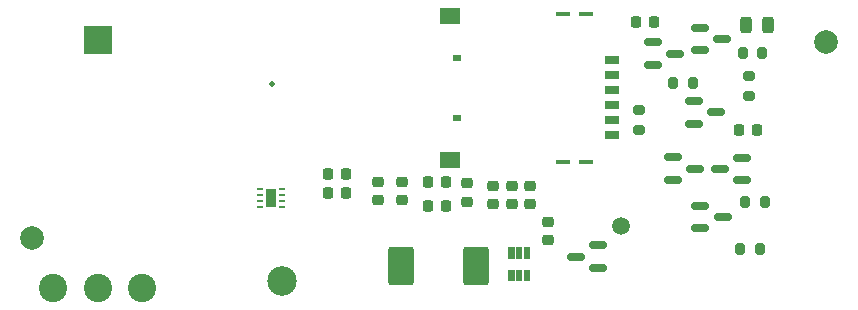
<source format=gbr>
%TF.GenerationSoftware,KiCad,Pcbnew,8.0.5*%
%TF.CreationDate,2024-10-16T14:28:01+03:00*%
%TF.ProjectId,LEXI-R422-Rev 3,4c455849-2d52-4343-9232-2d5265762033,rev?*%
%TF.SameCoordinates,Original*%
%TF.FileFunction,Soldermask,Top*%
%TF.FilePolarity,Negative*%
%FSLAX46Y46*%
G04 Gerber Fmt 4.6, Leading zero omitted, Abs format (unit mm)*
G04 Created by KiCad (PCBNEW 8.0.5) date 2024-10-16 14:28:01*
%MOMM*%
%LPD*%
G01*
G04 APERTURE LIST*
G04 Aperture macros list*
%AMRoundRect*
0 Rectangle with rounded corners*
0 $1 Rounding radius*
0 $2 $3 $4 $5 $6 $7 $8 $9 X,Y pos of 4 corners*
0 Add a 4 corners polygon primitive as box body*
4,1,4,$2,$3,$4,$5,$6,$7,$8,$9,$2,$3,0*
0 Add four circle primitives for the rounded corners*
1,1,$1+$1,$2,$3*
1,1,$1+$1,$4,$5*
1,1,$1+$1,$6,$7*
1,1,$1+$1,$8,$9*
0 Add four rect primitives between the rounded corners*
20,1,$1+$1,$2,$3,$4,$5,0*
20,1,$1+$1,$4,$5,$6,$7,0*
20,1,$1+$1,$6,$7,$8,$9,0*
20,1,$1+$1,$8,$9,$2,$3,0*%
G04 Aperture macros list end*
%ADD10C,0.010000*%
%ADD11RoundRect,0.225000X0.250000X-0.225000X0.250000X0.225000X-0.250000X0.225000X-0.250000X-0.225000X0*%
%ADD12RoundRect,0.250001X-0.837499X-1.399999X0.837499X-1.399999X0.837499X1.399999X-0.837499X1.399999X0*%
%ADD13RoundRect,0.225000X-0.225000X-0.250000X0.225000X-0.250000X0.225000X0.250000X-0.225000X0.250000X0*%
%ADD14RoundRect,0.150000X-0.587500X-0.150000X0.587500X-0.150000X0.587500X0.150000X-0.587500X0.150000X0*%
%ADD15R,1.150000X0.650000*%
%ADD16R,1.300000X0.450000*%
%ADD17R,1.700000X1.400000*%
%ADD18R,0.800000X0.540000*%
%ADD19RoundRect,0.200000X-0.200000X-0.275000X0.200000X-0.275000X0.200000X0.275000X-0.200000X0.275000X0*%
%ADD20C,1.500000*%
%ADD21RoundRect,0.150000X0.587500X0.150000X-0.587500X0.150000X-0.587500X-0.150000X0.587500X-0.150000X0*%
%ADD22RoundRect,0.200000X0.200000X0.275000X-0.200000X0.275000X-0.200000X-0.275000X0.200000X-0.275000X0*%
%ADD23RoundRect,0.062500X-0.187500X-0.062500X0.187500X-0.062500X0.187500X0.062500X-0.187500X0.062500X0*%
%ADD24R,0.900000X1.600000*%
%ADD25RoundRect,0.225000X0.225000X0.250000X-0.225000X0.250000X-0.225000X-0.250000X0.225000X-0.250000X0*%
%ADD26R,2.400000X2.400000*%
%ADD27C,2.400000*%
%ADD28C,2.500000*%
%ADD29RoundRect,0.200000X0.275000X-0.200000X0.275000X0.200000X-0.275000X0.200000X-0.275000X-0.200000X0*%
%ADD30C,2.000000*%
%ADD31RoundRect,0.225000X-0.250000X0.225000X-0.250000X-0.225000X0.250000X-0.225000X0.250000X0.225000X0*%
%ADD32C,0.500000*%
%ADD33RoundRect,0.243750X-0.243750X-0.456250X0.243750X-0.456250X0.243750X0.456250X-0.243750X0.456250X0*%
G04 APERTURE END LIST*
D10*
%TO.C,D1*%
X46975000Y-800700D02*
X46524564Y-800700D01*
X46524564Y100000D01*
X46975000Y100000D01*
X46975000Y-800700D01*
G36*
X46975000Y-800700D02*
G01*
X46524564Y-800700D01*
X46524564Y100000D01*
X46975000Y100000D01*
X46975000Y-800700D01*
G37*
X46975000Y1100083D02*
X46524855Y1100083D01*
X46524855Y2000000D01*
X46975000Y2000000D01*
X46975000Y1100083D01*
G36*
X46975000Y1100083D02*
G01*
X46524855Y1100083D01*
X46524855Y2000000D01*
X46975000Y2000000D01*
X46975000Y1100083D01*
G37*
X47625000Y1100565D02*
X47174746Y1100565D01*
X47174746Y2000000D01*
X47625000Y2000000D01*
X47625000Y1100565D01*
G36*
X47625000Y1100565D02*
G01*
X47174746Y1100565D01*
X47174746Y2000000D01*
X47625000Y2000000D01*
X47625000Y1100565D01*
G37*
X47625000Y-800820D02*
X47174869Y-800820D01*
X47174869Y100000D01*
X47625000Y100000D01*
X47625000Y-800820D01*
G36*
X47625000Y-800820D02*
G01*
X47174869Y-800820D01*
X47174869Y100000D01*
X47625000Y100000D01*
X47625000Y-800820D01*
G37*
X48275000Y1100308D02*
X47825262Y1100308D01*
X47825262Y2000000D01*
X48275000Y2000000D01*
X48275000Y1100308D01*
G36*
X48275000Y1100308D02*
G01*
X47825262Y1100308D01*
X47825262Y2000000D01*
X48275000Y2000000D01*
X48275000Y1100308D01*
G37*
X48275000Y-801810D02*
X47825551Y-801810D01*
X47825551Y100000D01*
X48275000Y100000D01*
X48275000Y-801810D01*
G36*
X48275000Y-801810D02*
G01*
X47825551Y-801810D01*
X47825551Y100000D01*
X48275000Y100000D01*
X48275000Y-801810D01*
G37*
%TD*%
D11*
%TO.C,C1*%
X48400000Y5625000D03*
X48400000Y7175000D03*
%TD*%
%TO.C,C2*%
X46800000Y5625000D03*
X46800000Y7175000D03*
%TD*%
%TO.C,C3*%
X45200000Y5625000D03*
X45200000Y7175000D03*
%TD*%
%TO.C,C4*%
X49850000Y2575000D03*
X49850000Y4125000D03*
%TD*%
D12*
%TO.C,C6*%
X37412500Y400000D03*
X43787500Y400000D03*
%TD*%
D11*
%TO.C,C7*%
X37500000Y5950000D03*
X37500000Y7500000D03*
%TD*%
D13*
%TO.C,C8*%
X31250000Y8174800D03*
X32800000Y8174800D03*
%TD*%
%TO.C,C9*%
X39725000Y5500000D03*
X41275000Y5500000D03*
%TD*%
%TO.C,C10*%
X31250000Y6600000D03*
X32800000Y6600000D03*
%TD*%
%TO.C,C11*%
X39725000Y7500000D03*
X41275000Y7500000D03*
%TD*%
D11*
%TO.C,C12*%
X35500000Y5950000D03*
X35500000Y7500000D03*
%TD*%
D14*
%TO.C,Q8*%
X62725000Y20550000D03*
X62725000Y18650000D03*
X64600000Y19600000D03*
%TD*%
D15*
%TO.C,J11*%
X55295000Y12745000D03*
X55295000Y15285000D03*
X55295000Y17825000D03*
X55295000Y11475000D03*
X55295000Y14015000D03*
X55295000Y16555000D03*
D16*
X53125000Y9230000D03*
X51125000Y9230000D03*
X53125000Y21770000D03*
X51125000Y21770000D03*
D17*
X41565000Y21605000D03*
X41565000Y9395000D03*
D18*
X42145000Y12960000D03*
X42145000Y18040000D03*
%TD*%
D19*
%TO.C,R6*%
X66150000Y1800000D03*
X67800000Y1800000D03*
%TD*%
D20*
%TO.C,TP4*%
X56100000Y3800000D03*
%TD*%
D21*
%TO.C,Q5*%
X66337500Y7650000D03*
X66337500Y9550000D03*
X64462500Y8600000D03*
%TD*%
D22*
%TO.C,R7*%
X62125000Y15900000D03*
X60475000Y15900000D03*
%TD*%
D23*
%TO.C,U1*%
X25500000Y6900000D03*
X25500000Y6400000D03*
X25500000Y5900000D03*
X25500000Y5400000D03*
X27400000Y5400000D03*
X27400000Y5900000D03*
X27400000Y6400000D03*
X27400000Y6900000D03*
D24*
X26450000Y6150000D03*
%TD*%
D25*
%TO.C,C16*%
X58875000Y21090000D03*
X57325000Y21090000D03*
%TD*%
D13*
%TO.C,C17*%
X66025000Y11880000D03*
X67575000Y11880000D03*
%TD*%
D26*
%TO.C,BT1*%
X11750000Y19500000D03*
D27*
X11750000Y-1500000D03*
X15500000Y-1500000D03*
X8000000Y-1500000D03*
%TD*%
D28*
%TO.C,H1*%
X27330400Y-863600D03*
%TD*%
D19*
%TO.C,R8*%
X66575000Y5800000D03*
X68225000Y5800000D03*
%TD*%
D29*
%TO.C,R9*%
X57600000Y11950000D03*
X57600000Y13600000D03*
%TD*%
D14*
%TO.C,Q1*%
X58775000Y19330000D03*
X58775000Y17430000D03*
X60650000Y18380000D03*
%TD*%
D30*
%TO.C,FID1*%
X73400000Y19400000D03*
%TD*%
D22*
%TO.C,R2*%
X68025000Y18400000D03*
X66375000Y18400000D03*
%TD*%
D14*
%TO.C,Q2*%
X62800000Y5500000D03*
X62800000Y3600000D03*
X64675000Y4550000D03*
%TD*%
%TO.C,Q6*%
X60462500Y9600000D03*
X60462500Y7700000D03*
X62337500Y8650000D03*
%TD*%
D30*
%TO.C,FID4*%
X6223000Y2794000D03*
%TD*%
D31*
%TO.C,C15*%
X43000000Y7400000D03*
X43000000Y5850000D03*
%TD*%
D32*
%TO.C,TP1*%
X26550000Y15790000D03*
%TD*%
D33*
%TO.C,D2*%
X66662500Y20800000D03*
X68537500Y20800000D03*
%TD*%
D14*
%TO.C,Q4*%
X62262500Y14350000D03*
X62262500Y12450000D03*
X64137500Y13400000D03*
%TD*%
D29*
%TO.C,R5*%
X66910000Y14835000D03*
X66910000Y16485000D03*
%TD*%
D21*
%TO.C,Q3*%
X54137500Y250000D03*
X54137500Y2150000D03*
X52262500Y1200000D03*
%TD*%
M02*

</source>
